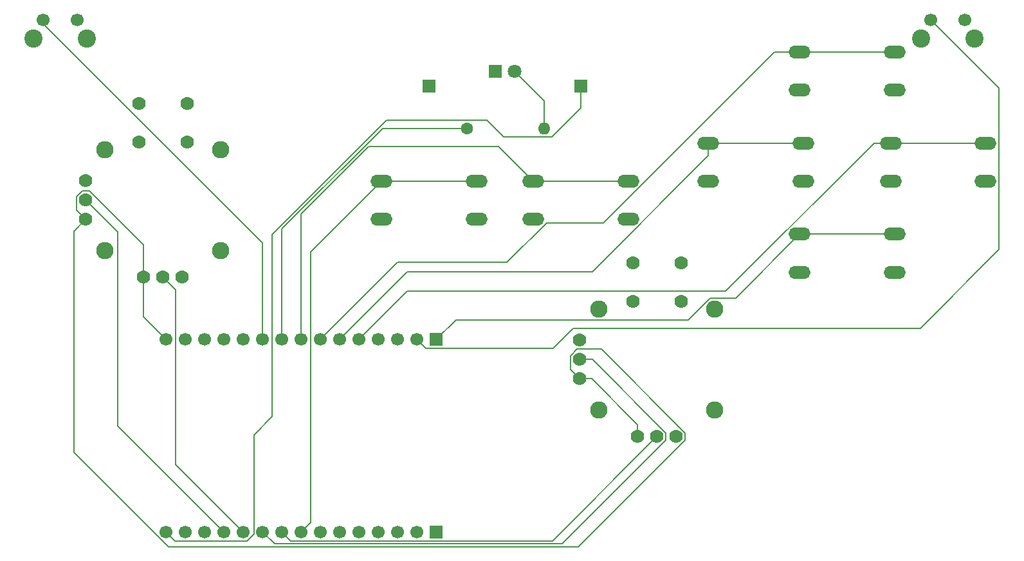
<source format=gtl>
%TF.GenerationSoftware,KiCad,Pcbnew,9.0.1*%
%TF.CreationDate,2025-05-25T22:24:14+01:00*%
%TF.ProjectId,Controller,436f6e74-726f-46c6-9c65-722e6b696361,rev?*%
%TF.SameCoordinates,Original*%
%TF.FileFunction,Copper,L1,Top*%
%TF.FilePolarity,Positive*%
%FSLAX46Y46*%
G04 Gerber Fmt 4.6, Leading zero omitted, Abs format (unit mm)*
G04 Created by KiCad (PCBNEW 9.0.1) date 2025-05-25 22:24:14*
%MOMM*%
%LPD*%
G01*
G04 APERTURE LIST*
%TA.AperFunction,ComponentPad*%
%ADD10O,2.900000X1.700000*%
%TD*%
%TA.AperFunction,ComponentPad*%
%ADD11R,1.700000X1.700000*%
%TD*%
%TA.AperFunction,ComponentPad*%
%ADD12C,1.700000*%
%TD*%
%TA.AperFunction,ComponentPad*%
%ADD13C,2.400000*%
%TD*%
%TA.AperFunction,ComponentPad*%
%ADD14C,1.778000*%
%TD*%
%TA.AperFunction,ComponentPad*%
%ADD15C,2.286000*%
%TD*%
%TA.AperFunction,ComponentPad*%
%ADD16R,1.800000X1.800000*%
%TD*%
%TA.AperFunction,ComponentPad*%
%ADD17C,1.800000*%
%TD*%
%TA.AperFunction,ComponentPad*%
%ADD18C,1.600000*%
%TD*%
%TA.AperFunction,ComponentPad*%
%ADD19O,1.600000X1.600000*%
%TD*%
%TA.AperFunction,Conductor*%
%ADD20C,0.200000*%
%TD*%
G04 APERTURE END LIST*
D10*
%TO.P,SW8,1,1*%
%TO.N,/D25*%
X152829452Y-65520108D03*
X165329452Y-65520108D03*
%TO.P,SW8,2,2*%
%TO.N,/GND*%
X152829452Y-70520108D03*
X165329452Y-70520108D03*
%TD*%
D11*
%TO.P,J5,1,Pin_1*%
%TO.N,/D23*%
X160020000Y-86360000D03*
D12*
%TO.P,J5,2,Pin_2*%
%TO.N,/D22*%
X157480000Y-86360000D03*
%TO.P,J5,3,Pin_3*%
%TO.N,/TX0*%
X154940000Y-86360000D03*
%TO.P,J5,4,Pin_4*%
%TO.N,/RX0*%
X152400000Y-86360000D03*
%TO.P,J5,5,Pin_5*%
%TO.N,/D21*%
X149860000Y-86360000D03*
%TO.P,J5,6,Pin_6*%
%TO.N,/D19*%
X147320000Y-86360000D03*
%TO.P,J5,7,Pin_7*%
%TO.N,/D18*%
X144780000Y-86360000D03*
%TO.P,J5,8,Pin_8*%
%TO.N,/D5*%
X142240000Y-86360000D03*
%TO.P,J5,9,Pin_9*%
%TO.N,/D17*%
X139700000Y-86360000D03*
%TO.P,J5,10,Pin_10*%
%TO.N,/D16*%
X137160000Y-86360000D03*
%TO.P,J5,11,Pin_11*%
%TO.N,/D4*%
X134620000Y-86360000D03*
%TO.P,J5,12,Pin_12*%
%TO.N,/D2*%
X132080000Y-86360000D03*
%TO.P,J5,13,Pin_13*%
%TO.N,/D15*%
X129540000Y-86360000D03*
%TO.P,J5,14,Pin_14*%
%TO.N,/GND*%
X127000000Y-86360000D03*
%TO.P,J5,15,Pin_15*%
%TO.N,/3V3*%
X124460000Y-86360000D03*
%TD*%
D11*
%TO.P,J2,1,Pin_1*%
%TO.N,/EN*%
X160020000Y-111760000D03*
D12*
%TO.P,J2,2,Pin_2*%
%TO.N,/VP*%
X157480000Y-111760000D03*
%TO.P,J2,3,Pin_3*%
%TO.N,/VN*%
X154940000Y-111760000D03*
%TO.P,J2,4,Pin_4*%
%TO.N,/D34*%
X152400000Y-111760000D03*
%TO.P,J2,5,Pin_5*%
%TO.N,/D35*%
X149860000Y-111760000D03*
%TO.P,J2,6,Pin_6*%
%TO.N,/D32*%
X147320000Y-111760000D03*
%TO.P,J2,7,Pin_7*%
%TO.N,/D33*%
X144780000Y-111760000D03*
%TO.P,J2,8,Pin_8*%
%TO.N,/D25*%
X142240000Y-111760000D03*
%TO.P,J2,9,Pin_9*%
%TO.N,/D26*%
X139700000Y-111760000D03*
%TO.P,J2,10,Pin_10*%
%TO.N,/D27*%
X137160000Y-111760000D03*
%TO.P,J2,11,Pin_11*%
%TO.N,/D14*%
X134620000Y-111760000D03*
%TO.P,J2,12,Pin_12*%
%TO.N,/D12*%
X132080000Y-111760000D03*
%TO.P,J2,13,Pin_13*%
%TO.N,/D13*%
X129540000Y-111760000D03*
%TO.P,J2,14,Pin_14*%
%TO.N,/GND*%
X127000000Y-111760000D03*
%TO.P,J2,15,Pin_15*%
%TO.N,/VIN*%
X124460000Y-111760000D03*
%TD*%
D13*
%TO.P,SW5,*%
%TO.N,*%
X223829999Y-46755000D03*
X230829999Y-46755000D03*
D12*
%TO.P,SW5,1,1*%
%TO.N,/D22*%
X225079999Y-44255000D03*
%TO.P,SW5,2,2*%
%TO.N,/GND*%
X229579999Y-44255000D03*
%TD*%
D10*
%TO.P,SW3,1,1*%
%TO.N,/D23*%
X207844180Y-72520108D03*
X220344180Y-72520108D03*
%TO.P,SW3,2,2*%
%TO.N,/GND*%
X207844180Y-77520108D03*
X220344180Y-77520108D03*
%TD*%
%TO.P,SW4,1,1*%
%TO.N,/D19*%
X195844180Y-60520108D03*
X208344180Y-60520108D03*
%TO.P,SW4,2,2*%
%TO.N,/GND*%
X195844180Y-65520108D03*
X208344180Y-65520108D03*
%TD*%
D14*
%TO.P,RV2,1,1*%
%TO.N,/GND*%
X178895452Y-86480108D03*
%TO.P,RV2,2,2*%
%TO.N,/D27*%
X178895452Y-89020108D03*
%TO.P,RV2,3,3*%
%TO.N,/3V3*%
X178895452Y-91560108D03*
%TO.P,RV2,4,4*%
X186515452Y-99180108D03*
%TO.P,RV2,5,5*%
%TO.N,/D26*%
X189055452Y-99180108D03*
%TO.P,RV2,6,6*%
%TO.N,/GND*%
X191595452Y-99180108D03*
%TO.P,RV2,B1A*%
%TO.N,N/C*%
X185880452Y-76320108D03*
%TO.P,RV2,B1B*%
X192230452Y-76320108D03*
%TO.P,RV2,B2A*%
X185880452Y-81400108D03*
%TO.P,RV2,B2B*%
X192230452Y-81400108D03*
D15*
%TO.P,RV2,MOUN*%
X181435452Y-82352608D03*
X181435452Y-95687608D03*
X196675452Y-82352608D03*
X196675452Y-95687608D03*
%TD*%
D13*
%TO.P,SW6,*%
%TO.N,*%
X107005452Y-46755000D03*
X114005452Y-46755000D03*
D12*
%TO.P,SW6,1,1*%
%TO.N,/D16*%
X108255452Y-44255000D03*
%TO.P,SW6,2,2*%
%TO.N,/GND*%
X112755452Y-44255000D03*
%TD*%
D11*
%TO.P,J3,1,Pin_1*%
%TO.N,/VIN*%
X179055452Y-53020108D03*
%TD*%
D14*
%TO.P,RV1,1,1*%
%TO.N,/GND*%
X113895452Y-65480108D03*
%TO.P,RV1,2,2*%
%TO.N,/D12*%
X113895452Y-68020108D03*
%TO.P,RV1,3,3*%
%TO.N,/3V3*%
X113895452Y-70560108D03*
%TO.P,RV1,4,4*%
X121515452Y-78180108D03*
%TO.P,RV1,5,5*%
%TO.N,/D14*%
X124055452Y-78180108D03*
%TO.P,RV1,6,6*%
%TO.N,/GND*%
X126595452Y-78180108D03*
%TO.P,RV1,B1A*%
%TO.N,N/C*%
X120880452Y-55320108D03*
%TO.P,RV1,B1B*%
X127230452Y-55320108D03*
%TO.P,RV1,B2A*%
X120880452Y-60400108D03*
%TO.P,RV1,B2B*%
X127230452Y-60400108D03*
D15*
%TO.P,RV1,MOUN*%
X116435452Y-61352608D03*
X116435452Y-74687608D03*
X131675452Y-61352608D03*
X131675452Y-74687608D03*
%TD*%
D16*
%TO.P,D1,1,K*%
%TO.N,/GND*%
X167805729Y-51087338D03*
D17*
%TO.P,D1,2,A*%
%TO.N,Net-(D1-A)*%
X170345729Y-51087338D03*
%TD*%
D10*
%TO.P,SW2,1,1*%
%TO.N,/D21*%
X219844180Y-60520108D03*
X232344180Y-60520108D03*
%TO.P,SW2,2,2*%
%TO.N,/GND*%
X219844180Y-65520108D03*
X232344180Y-65520108D03*
%TD*%
D18*
%TO.P,R1,1*%
%TO.N,/D17*%
X164055729Y-58587338D03*
D19*
%TO.P,R1,2*%
%TO.N,Net-(D1-A)*%
X174215729Y-58587338D03*
%TD*%
D10*
%TO.P,SW7,1,1*%
%TO.N,/D5*%
X172781452Y-65520108D03*
X185281452Y-65520108D03*
%TO.P,SW7,2,2*%
%TO.N,/GND*%
X172781452Y-70520108D03*
X185281452Y-70520108D03*
%TD*%
D11*
%TO.P,J1,1,Pin_1*%
%TO.N,/GND*%
X159055452Y-53020108D03*
%TD*%
D10*
%TO.P,SW1,1,1*%
%TO.N,/D18*%
X207844180Y-48520108D03*
X220344180Y-48520108D03*
%TO.P,SW1,2,2*%
%TO.N,/GND*%
X207844180Y-53520108D03*
X220344180Y-53520108D03*
%TD*%
D20*
%TO.N,Net-(D1-A)*%
X174215729Y-58587338D02*
X174215729Y-54957338D01*
X174215729Y-54957338D02*
X170345729Y-51087338D01*
%TO.N,/D22*%
X178000892Y-84889108D02*
X223720892Y-84889108D01*
X158631000Y-87511000D02*
X175379000Y-87511000D01*
X175379000Y-87511000D02*
X178000892Y-84889108D01*
X234095180Y-74514820D02*
X234095180Y-53270181D01*
X223720892Y-84889108D02*
X234095180Y-74514820D01*
X234095180Y-53270181D02*
X225079999Y-44255000D01*
X157480000Y-86360000D02*
X158631000Y-87511000D01*
%TO.N,/3V3*%
X121515452Y-78180108D02*
X121515452Y-83415452D01*
X192785452Y-99673023D02*
X178745475Y-113713000D01*
X121515452Y-78180108D02*
X121515452Y-73957193D01*
X178895452Y-91560108D02*
X177705452Y-90370108D01*
X181768367Y-87670108D02*
X192785452Y-98687193D01*
X112304452Y-72151108D02*
X113895452Y-70560108D01*
X124785240Y-113713000D02*
X112304452Y-101232212D01*
X178895452Y-91560108D02*
X180460108Y-91560108D01*
X178562537Y-87670108D02*
X181768367Y-87670108D01*
X121515452Y-73957193D02*
X114388367Y-66830108D01*
X178745475Y-113713000D02*
X124785240Y-113713000D01*
X186515452Y-97615452D02*
X186515452Y-99180108D01*
X177705452Y-88527193D02*
X178562537Y-87670108D01*
X113402537Y-66830108D02*
X112705452Y-67527193D01*
X112705452Y-69370108D02*
X113895452Y-70560108D01*
X121515452Y-83415452D02*
X124460000Y-86360000D01*
X177705452Y-90370108D02*
X177705452Y-88527193D01*
X112304452Y-101232212D02*
X112304452Y-72151108D01*
X112705452Y-67527193D02*
X112705452Y-69370108D01*
X114388367Y-66830108D02*
X113402537Y-66830108D01*
X180460108Y-91560108D02*
X186515452Y-97615452D01*
X192785452Y-98687193D02*
X192785452Y-99673023D01*
%TO.N,/D21*%
X219844180Y-60520108D02*
X217616420Y-60520108D01*
X156202924Y-80017076D02*
X149860000Y-86360000D01*
X219844180Y-60520108D02*
X232344180Y-60520108D01*
X198119452Y-80017076D02*
X156202924Y-80017076D01*
X217616420Y-60520108D02*
X198119452Y-80017076D01*
%TO.N,/D18*%
X154940000Y-76200000D02*
X144780000Y-86360000D01*
X169329320Y-76200000D02*
X154940000Y-76200000D01*
X207844180Y-48520108D02*
X204509212Y-48520108D01*
X207844180Y-48520108D02*
X220344180Y-48520108D01*
X204509212Y-48520108D02*
X182032452Y-70996868D01*
X174532452Y-70996868D02*
X169329320Y-76200000D01*
X182032452Y-70996868D02*
X174532452Y-70996868D01*
%TO.N,/D16*%
X137160000Y-73660000D02*
X137160000Y-86360000D01*
X108555452Y-45055452D02*
X137160000Y-73660000D01*
X108555452Y-44255000D02*
X108555452Y-45055452D01*
%TO.N,/D5*%
X168221344Y-60960000D02*
X151130000Y-60960000D01*
X172781452Y-65520108D02*
X168221344Y-60960000D01*
X151130000Y-60960000D02*
X142240000Y-69850000D01*
X142240000Y-69850000D02*
X142240000Y-86360000D01*
X172781452Y-65520108D02*
X185281452Y-65520108D01*
%TO.N,/D23*%
X207844180Y-72520108D02*
X220344180Y-72520108D01*
X160020000Y-86360000D02*
X162583392Y-83796608D01*
X196077327Y-80908608D02*
X199455680Y-80908608D01*
X193189327Y-83796608D02*
X196077327Y-80908608D01*
X199455680Y-80908608D02*
X207844180Y-72520108D01*
X162583392Y-83796608D02*
X193189327Y-83796608D01*
%TO.N,/D19*%
X195844180Y-60520108D02*
X208344180Y-60520108D01*
X195844180Y-62185140D02*
X180559320Y-77470000D01*
X156210000Y-77470000D02*
X147320000Y-86360000D01*
X195844180Y-60520108D02*
X195844180Y-62185140D01*
X180559320Y-77470000D02*
X156210000Y-77470000D01*
%TO.N,/D17*%
X139700000Y-71822900D02*
X139700000Y-86360000D01*
X164055729Y-58587338D02*
X152935562Y-58587338D01*
X152935562Y-58587338D02*
X139700000Y-71822900D01*
%TO.N,/D14*%
X124055452Y-78180108D02*
X125730000Y-79854656D01*
X125730000Y-79854656D02*
X125730000Y-102870000D01*
X125730000Y-102870000D02*
X134620000Y-111760000D01*
%TO.N,/D26*%
X175324560Y-112911000D02*
X140851000Y-112911000D01*
X189055452Y-99180108D02*
X175324560Y-112911000D01*
X140851000Y-112911000D02*
X139700000Y-111760000D01*
%TO.N,/D12*%
X113895452Y-68020108D02*
X118110000Y-72234656D01*
X118110000Y-72234656D02*
X118110000Y-97790000D01*
X118110000Y-97790000D02*
X132080000Y-111760000D01*
%TO.N,/D27*%
X190245452Y-99673023D02*
X176606475Y-113312000D01*
X176606475Y-113312000D02*
X138712000Y-113312000D01*
X178895452Y-89020108D02*
X180578367Y-89020108D01*
X138712000Y-113312000D02*
X137160000Y-111760000D01*
X190245452Y-98687193D02*
X190245452Y-99673023D01*
X180578367Y-89020108D02*
X190245452Y-98687193D01*
%TO.N,/VIN*%
X135096760Y-112911000D02*
X136009000Y-111998760D01*
X125611000Y-112911000D02*
X135096760Y-112911000D01*
X136009000Y-111998760D02*
X136009000Y-98941000D01*
X138430000Y-72525800D02*
X138430000Y-96520000D01*
X168910000Y-59690000D02*
X175260000Y-59690000D01*
X153469462Y-57486338D02*
X166706338Y-57486338D01*
X136009000Y-98941000D02*
X138430000Y-96520000D01*
X138430000Y-72525800D02*
X153469462Y-57486338D01*
X179055452Y-55894548D02*
X179055452Y-53020108D01*
X166706338Y-57486338D02*
X168910000Y-59690000D01*
X175260000Y-59690000D02*
X179055452Y-55894548D01*
X124460000Y-111760000D02*
X125611000Y-112911000D01*
%TO.N,/D25*%
X165329452Y-65520108D02*
X152829452Y-65520108D01*
X143510000Y-74839560D02*
X143510000Y-110490000D01*
X143510000Y-110490000D02*
X142240000Y-111760000D01*
X152829452Y-65520108D02*
X143510000Y-74839560D01*
%TD*%
M02*

</source>
